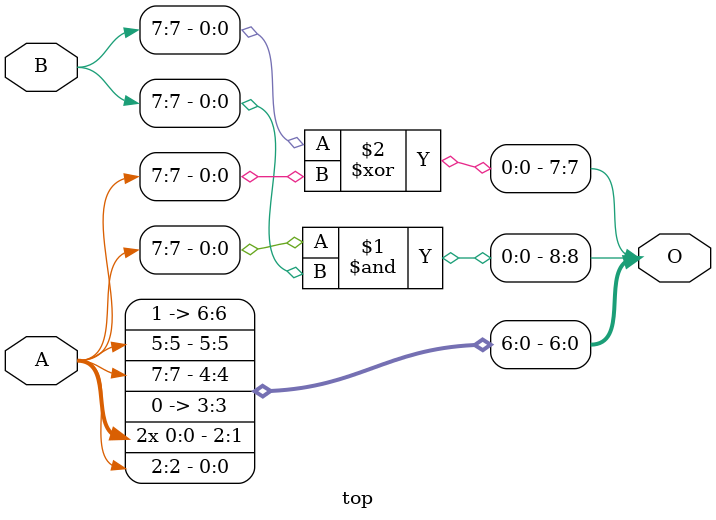
<source format=v>
/***
* This code is a part of EvoApproxLib library (ehw.fit.vutbr.cz/approxlib) distributed under The MIT License.
* When used, please cite the following article(s):  
* This file contains a circuit from a sub-set of pareto optimal circuits with respect to the pwr and mae parameters
***/
// MAE% = 9.88 %
// MAE = 51 
// WCE% = 30.47 %
// WCE = 156 
// WCRE% = 6900.00 %
// EP% = 99.45 %
// MRE% = 24.87 %
// MSE = 3803 
// PDK45_PWR = 0.0015 mW
// PDK45_AREA = 8.0 um2
// PDK45_DELAY = 0.11 ns


module top(A, B, O);
  input [7:0] A, B;
  output [8:0] O;
  assign O[8] = A[7] & B[7];
  assign O[3] = 1'b0;
  assign O[7] = B[7] ^ A[7];
  assign O[6] = 1'b1;
  assign O[0] = A[2];
  assign O[1] = A[0];
  assign O[2] = A[0];
  assign O[4] = A[7];
  assign O[5] = A[5];
endmodule


</source>
